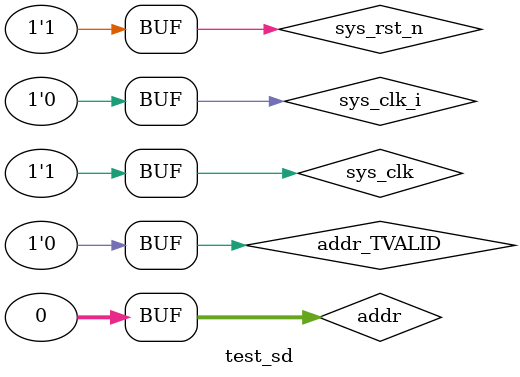
<source format=v>
`timescale 1ns / 1ps


module test_sd;
    // input
    reg     sys_clk;
    wire    sys_clk_i;
    assign sys_clk_i = ~sys_clk;
    reg     sys_rst_n;
    
    wire    sd_miso;
    wire    sd_cs_n;
    wire    sd_mosi;
    
    wire    sd_miso_i;
    wire    sd_cs_n_i;
    wire    sd_mosi_i;
    
    wire    sd_miso_r;
    wire    sd_cs_n_r;
    wire    sd_mosi_r;
    
    wire    sdinit_ok;
    
    reg         addr_TVALID;
    reg [31:0]  addr;
    
    wire        SectorData_TVALID;
    wire [15:0] SectorData_TDATA;
    wire        SectorData_TLAST;
    
    assign sd_miso_r = sdinit_ok ? sd_miso : 1;
    assign sd_miso_i = sdinit_ok ? 1 : sd_miso;
    assign sd_cs_n = sdinit_ok ? sd_cs_n_r : sd_cs_n_i;
    assign sd_mosi = sdinit_ok ? sd_mosi_r : sd_mosi_i;
    
    sd_init uut1(
        .sd_clk(sys_clk),
        .sd_clk_i(sys_clk_i),
        .sd_rst_n(sys_rst_n),
        .sd_miso(sd_miso_i),
        .sd_cs_n(sd_cs_n_i),
        .sd_mosi(sd_mosi_i),
        .sdinit_ok(sdinit_ok)
    );
    
    sd_read16 uut2(
        .sd_clk(sys_clk),
        .sd_clk_i(sys_clk_i),
        .sd_rst_n(sys_rst_n), 
        .sdinit_ok(sdinit_ok),
        .addr_TVALID(addr_TVALID),
        .addr(addr),
        .sd_miso(sd_miso_r),
        .sd_cs_n(sd_cs_n_r),
        .sd_mosi(sd_mosi_r),
        .SectorData_TVALID(SectorData_TVALID),
        .SectorData_TDATA(SectorData_TDATA),
        .SectorData_TLAST(SectorData_TLAST)
    );
    
    sd_model uut3(
        .sd_clk(sys_clk),
        .sd_mosi(sd_mosi),
        .sd_cs_n(sd_cs_n),
        .sd_miso(sd_miso)
    );
    
    always begin
        sys_clk = 0 ; #10 ;
        sys_clk = 1 ; #10 ;
    end
    
    initial begin
        addr_TVALID = 0;
        addr = 0;
 
        sys_rst_n   = 1'b0 ;
        #15; 
        sys_rst_n   = 1'b1 ;
        
        #10000;
        addr_TVALID = 1;
        addr = 32'd0;
        #20;
        addr_TVALID = 1'd0;
        addr = 32'd0;
        #1400000;
        addr_TVALID = 1;
        addr = 32'd16;
        #20;
        addr_TVALID = 1'd0;
        addr = 32'd0;
    end
endmodule

</source>
